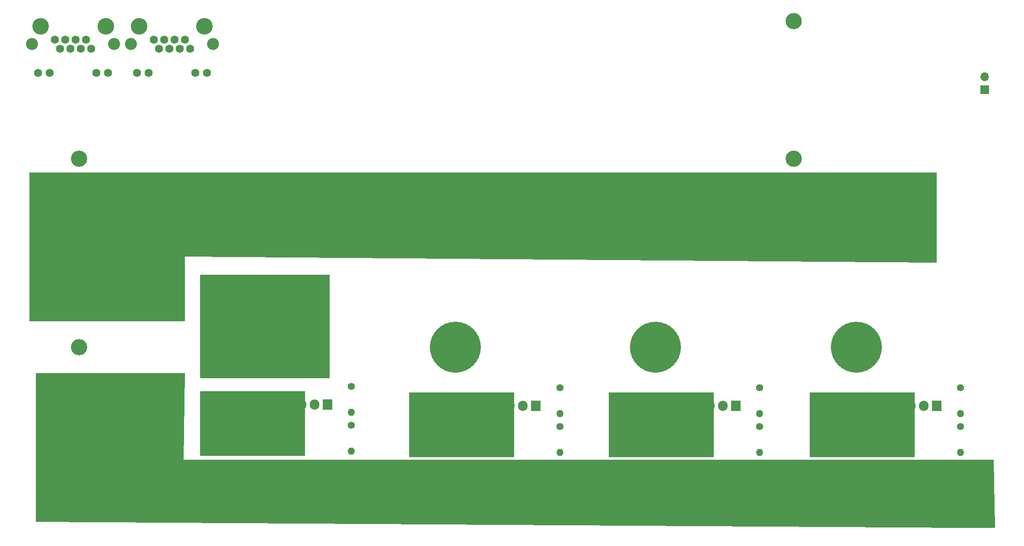
<source format=gbr>
%TF.GenerationSoftware,KiCad,Pcbnew,8.0.3*%
%TF.CreationDate,2024-11-12T13:20:17+01:00*%
%TF.ProjectId,BMU v1,424d5520-7631-42e6-9b69-6361645f7063,rev?*%
%TF.SameCoordinates,Original*%
%TF.FileFunction,Soldermask,Bot*%
%TF.FilePolarity,Negative*%
%FSLAX46Y46*%
G04 Gerber Fmt 4.6, Leading zero omitted, Abs format (unit mm)*
G04 Created by KiCad (PCBNEW 8.0.3) date 2024-11-12 13:20:17*
%MOMM*%
%LPD*%
G01*
G04 APERTURE LIST*
%ADD10C,1.400000*%
%ADD11O,1.400000X1.400000*%
%ADD12C,10.000000*%
%ADD13C,5.200000*%
%ADD14C,0.800000*%
%ADD15C,6.400000*%
%ADD16C,3.200000*%
%ADD17R,1.700000X1.700000*%
%ADD18O,1.700000X1.700000*%
%ADD19C,3.250000*%
%ADD20C,1.600000*%
%ADD21C,2.350000*%
%ADD22O,3.500000X3.500000*%
%ADD23R,1.905000X2.000000*%
%ADD24O,1.905000X2.000000*%
G04 APERTURE END LIST*
D10*
%TO.C,R7*%
X78333600Y-101752400D03*
D11*
X78333600Y-106832400D03*
%TD*%
D12*
%TO.C,H8*%
X177280000Y-94029000D03*
%TD*%
D13*
%TO.C,J12*%
X20692000Y-106680000D03*
X20692000Y-120680000D03*
X26292000Y-106680000D03*
X26292000Y-120680000D03*
X31992000Y-106680000D03*
X31992000Y-120680000D03*
X37592000Y-106680000D03*
X37592000Y-120680000D03*
%TD*%
D14*
%TO.C,H11*%
X172200000Y-122000000D03*
X172902944Y-120302944D03*
X172902944Y-123697056D03*
X174600000Y-119600000D03*
D15*
X174600000Y-122000000D03*
D14*
X174600000Y-124400000D03*
X176297056Y-120302944D03*
X176297056Y-123697056D03*
X177000000Y-122000000D03*
%TD*%
D12*
%TO.C,H4*%
X177280000Y-109754000D03*
%TD*%
D16*
%TO.C,H14*%
X165000000Y-122000000D03*
%TD*%
D17*
%TO.C,J3*%
X202500000Y-43500000D03*
D18*
X202500000Y-40960000D03*
%TD*%
D10*
%TO.C,R6*%
X78333600Y-109339400D03*
D11*
X78333600Y-114419400D03*
%TD*%
D12*
%TO.C,H1*%
X57900000Y-109500000D03*
%TD*%
D10*
%TO.C,R20*%
X158343600Y-109593400D03*
D11*
X158343600Y-114673400D03*
%TD*%
D16*
%TO.C,H9*%
X25000000Y-94000000D03*
%TD*%
D19*
%TO.C,J1*%
X17426000Y-30988000D03*
X30226000Y-30988000D03*
D20*
X20256000Y-33638000D03*
X21276000Y-35418000D03*
X22296000Y-33638000D03*
X23316000Y-35418000D03*
X24336000Y-33638000D03*
X25356000Y-35418000D03*
X26376000Y-33638000D03*
X27396000Y-35418000D03*
X16966000Y-40198000D03*
X19256000Y-40198000D03*
X28396000Y-40198000D03*
X30686000Y-40198000D03*
D21*
X15766000Y-34528000D03*
X31866000Y-34538000D03*
%TD*%
D13*
%TO.C,J11*%
X20500000Y-67500000D03*
X20500000Y-81500000D03*
X26100000Y-67500000D03*
X26100000Y-81500000D03*
X31800000Y-67500000D03*
X31800000Y-81500000D03*
X37400000Y-67500000D03*
X37400000Y-81500000D03*
%TD*%
D10*
%TO.C,R14*%
X119195600Y-102006400D03*
D11*
X119195600Y-107086400D03*
%TD*%
D16*
%TO.C,H13*%
X165000000Y-57000000D03*
%TD*%
D10*
%TO.C,R13*%
X119195600Y-109593400D03*
D11*
X119195600Y-114673400D03*
%TD*%
D16*
%TO.C,H10*%
X25000000Y-57000000D03*
%TD*%
D19*
%TO.C,J2*%
X36797000Y-30988000D03*
X49597000Y-30988000D03*
D20*
X39627000Y-33638000D03*
X40647000Y-35418000D03*
X41667000Y-33638000D03*
X42687000Y-35418000D03*
X43707000Y-33638000D03*
X44727000Y-35418000D03*
X45747000Y-33638000D03*
X46767000Y-35418000D03*
X36337000Y-40198000D03*
X38627000Y-40198000D03*
X47767000Y-40198000D03*
X50057000Y-40198000D03*
D21*
X35137000Y-34528000D03*
X51237000Y-34538000D03*
%TD*%
D12*
%TO.C,H3*%
X137910000Y-109754000D03*
%TD*%
D16*
%TO.C,H13*%
X165000000Y-30000000D03*
%TD*%
D10*
%TO.C,R40*%
X197713600Y-109593400D03*
D11*
X197713600Y-114673400D03*
%TD*%
D12*
%TO.C,H5*%
X57900000Y-93775000D03*
%TD*%
D10*
%TO.C,R21*%
X158343600Y-102006400D03*
D11*
X158343600Y-107086400D03*
%TD*%
D14*
%TO.C,H12*%
X172200000Y-65000000D03*
X172902944Y-63302944D03*
X172902944Y-66697056D03*
X174600000Y-62600000D03*
D15*
X174600000Y-65000000D03*
D14*
X174600000Y-67400000D03*
X176297056Y-63302944D03*
X176297056Y-66697056D03*
X177000000Y-65000000D03*
%TD*%
D10*
%TO.C,R41*%
X197713600Y-102006400D03*
D11*
X197713600Y-107086400D03*
%TD*%
D12*
%TO.C,H7*%
X137910000Y-94029000D03*
%TD*%
%TO.C,H6*%
X98762000Y-94029000D03*
%TD*%
%TO.C,H2*%
X98762000Y-109754000D03*
%TD*%
D22*
%TO.C,Q5*%
X71120000Y-121984000D03*
D23*
X73660000Y-105324000D03*
D24*
X71120000Y-105324000D03*
X68580000Y-105324000D03*
%TD*%
D22*
%TO.C,Q7*%
X151130000Y-122238000D03*
D23*
X153670000Y-105578000D03*
D24*
X151130000Y-105578000D03*
X148590000Y-105578000D03*
%TD*%
D22*
%TO.C,Q6*%
X111982000Y-122238000D03*
D23*
X114522000Y-105578000D03*
D24*
X111982000Y-105578000D03*
X109442000Y-105578000D03*
%TD*%
D22*
%TO.C,Q8*%
X190500000Y-122238000D03*
D23*
X193040000Y-105578000D03*
D24*
X190500000Y-105578000D03*
X187960000Y-105578000D03*
%TD*%
G36*
X192983039Y-59709685D02*
G01*
X193028794Y-59762489D01*
X193040000Y-59814000D01*
X193040000Y-77344926D01*
X193020315Y-77411965D01*
X192967511Y-77457720D01*
X192914931Y-77468921D01*
X45720000Y-76199999D01*
X45720000Y-88776000D01*
X45700315Y-88843039D01*
X45647511Y-88888794D01*
X45596000Y-88900000D01*
X15364000Y-88900000D01*
X15296961Y-88880315D01*
X15251206Y-88827511D01*
X15240000Y-88776000D01*
X15240000Y-59814000D01*
X15259685Y-59746961D01*
X15312489Y-59701206D01*
X15364000Y-59690000D01*
X192916000Y-59690000D01*
X192983039Y-59709685D01*
G37*
G36*
X188665039Y-102889685D02*
G01*
X188710794Y-102942489D01*
X188722000Y-102994000D01*
X188722000Y-115446000D01*
X188702315Y-115513039D01*
X188649511Y-115558794D01*
X188598000Y-115570000D01*
X168272000Y-115570000D01*
X168204961Y-115550315D01*
X168159206Y-115497511D01*
X168148000Y-115446000D01*
X168148000Y-102994000D01*
X168167685Y-102926961D01*
X168220489Y-102881206D01*
X168272000Y-102870000D01*
X188598000Y-102870000D01*
X188665039Y-102889685D01*
G37*
G36*
X149295039Y-102889685D02*
G01*
X149340794Y-102942489D01*
X149352000Y-102994000D01*
X149352000Y-115446000D01*
X149332315Y-115513039D01*
X149279511Y-115558794D01*
X149228000Y-115570000D01*
X128902000Y-115570000D01*
X128834961Y-115550315D01*
X128789206Y-115497511D01*
X128778000Y-115446000D01*
X128778000Y-102994000D01*
X128797685Y-102926961D01*
X128850489Y-102881206D01*
X128902000Y-102870000D01*
X149228000Y-102870000D01*
X149295039Y-102889685D01*
G37*
G36*
X110179039Y-102889685D02*
G01*
X110224794Y-102942489D01*
X110236000Y-102994000D01*
X110236000Y-115446000D01*
X110216315Y-115513039D01*
X110163511Y-115558794D01*
X110112000Y-115570000D01*
X89786000Y-115570000D01*
X89718961Y-115550315D01*
X89673206Y-115497511D01*
X89662000Y-115446000D01*
X89662000Y-102994000D01*
X89681685Y-102926961D01*
X89734489Y-102881206D01*
X89786000Y-102870000D01*
X110112000Y-102870000D01*
X110179039Y-102889685D01*
G37*
G36*
X74091039Y-79775685D02*
G01*
X74136794Y-79828489D01*
X74148000Y-79880000D01*
X74148000Y-99952000D01*
X74128315Y-100019039D01*
X74075511Y-100064794D01*
X74024000Y-100076000D01*
X48872000Y-100076000D01*
X48804961Y-100056315D01*
X48759206Y-100003511D01*
X48748000Y-99952000D01*
X48748000Y-79880000D01*
X48767685Y-79812961D01*
X48820489Y-79767206D01*
X48872000Y-79756000D01*
X74024000Y-79756000D01*
X74091039Y-79775685D01*
G37*
G36*
X69265039Y-102635685D02*
G01*
X69310794Y-102688489D01*
X69322000Y-102740000D01*
X69322000Y-115192000D01*
X69302315Y-115259039D01*
X69249511Y-115304794D01*
X69198000Y-115316000D01*
X48872000Y-115316000D01*
X48804961Y-115296315D01*
X48759206Y-115243511D01*
X48748000Y-115192000D01*
X48748000Y-102740000D01*
X48767685Y-102672961D01*
X48820489Y-102627206D01*
X48872000Y-102616000D01*
X69198000Y-102616000D01*
X69265039Y-102635685D01*
G37*
G36*
X45661579Y-99079685D02*
G01*
X45707334Y-99132489D01*
X45718531Y-99185452D01*
X45519999Y-116139998D01*
X45520000Y-116140000D01*
X204147837Y-116140000D01*
X204214876Y-116159685D01*
X204260631Y-116212489D01*
X204271823Y-116262149D01*
X204467525Y-129374149D01*
X204448843Y-129441475D01*
X204396728Y-129488013D01*
X204343539Y-129500000D01*
X198550394Y-129500000D01*
X198549556Y-129499997D01*
X16633162Y-128270832D01*
X16566257Y-128250695D01*
X16520860Y-128197583D01*
X16510000Y-128146835D01*
X16510000Y-99184000D01*
X16529685Y-99116961D01*
X16582489Y-99071206D01*
X16634000Y-99060000D01*
X45594540Y-99060000D01*
X45661579Y-99079685D01*
G37*
M02*

</source>
